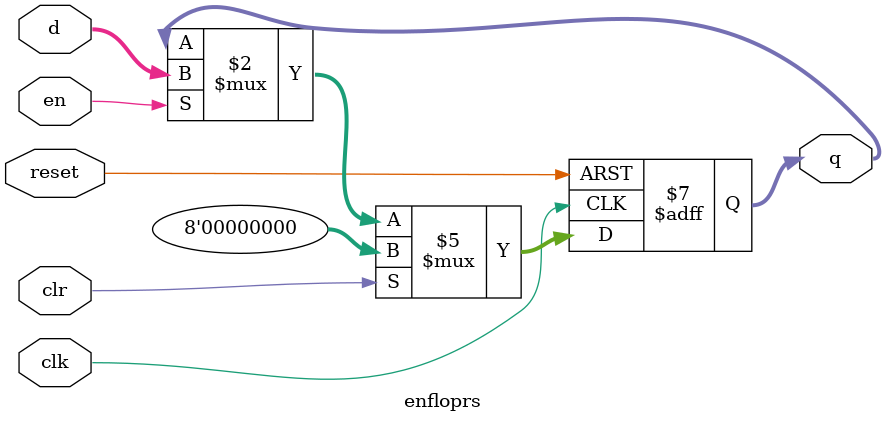
<source format=v>
module enfloprs #(parameter WIDTH = 8)
              (input                    clk, reset,clr,en,
               input        [WIDTH-1:0] d, 
               output reg   [WIDTH-1:0] q);

  always @(posedge clk or posedge reset)
    if (reset)         q <= 0;
	else if(clr)		q <= 0;
    else if (en)       q <= d;
endmodule


</source>
